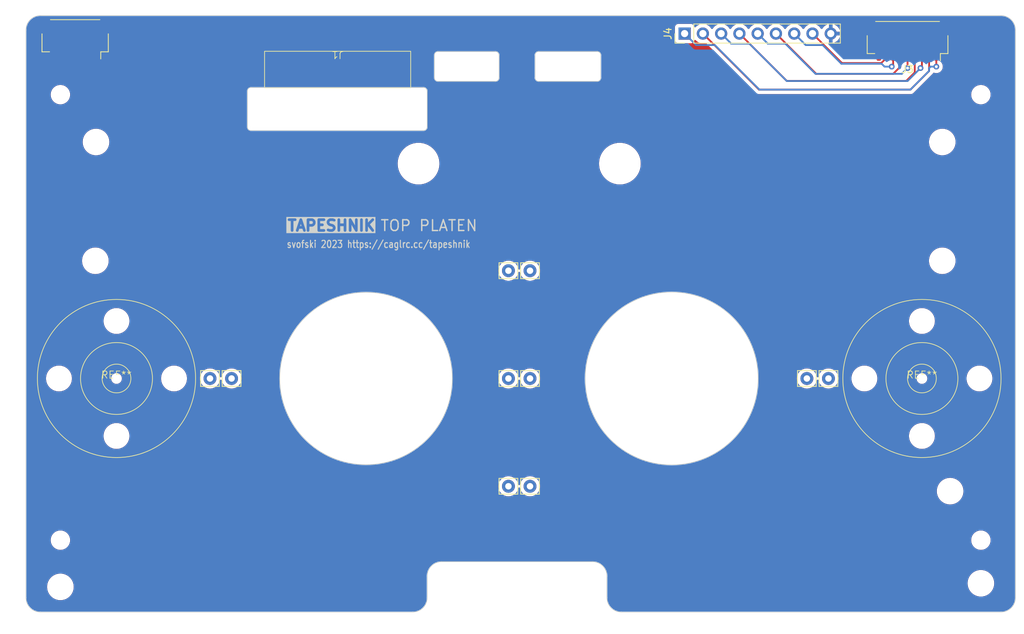
<source format=kicad_pcb>
(kicad_pcb (version 20221018) (generator pcbnew)
  (layers (0 "F.Cu" signal) (31 "B.Cu" signal) (34 "B.Paste" user) (35 "F.Paste" user) (36 "B.SilkS" user "B.Silkscreen") (37 "F.SilkS" user "F.Silkscreen") (38 "B.Mask" user) (39 "F.Mask" user) (44 "Edge.Cuts" user))
  (net 0 "")
  (net 1 "Net-(J1-Pin_1)")
  (net 2 "GND")
  (net 3 "Net-(J1-Pin_3)")
  (net 4 "Net-(J1-Pin_4)")
  (net 5 "Net-(J1-Pin_5)")
  (net 6 "Net-(J1-Pin_6)")
  (net 7 "Net-(J1-Pin_7)")
  (net 8 "Net-(J3-Pin_1)")
  (net 9 "Net-(J3-Pin_2)")
  (net 10 "Net-(J3-Pin_3)")
  (net 11 "Net-(J3-Pin_4)")
  (net 12 "Net-(J3-Pin_5)")
  (net 13 "Net-(J3-Pin_6)")
  (net 14 "Net-(J3-Pin_7)")
  (net 15 "Net-(J3-Pin_8)")
  (footprint "MountingHole:MountingHole_2.2mm_M2" (layer "F.Cu") (at 104 28)
    (fp_text reference "REF**" hide)
    (fp_text value "MountingHole_2.2mm_M2" hide)
    (pad "" np_thru_hole circle (at 0 0) (size 2.2 2.2) (drill 2.2) (layers "*.Cu" "*.Mask"))
  )
  (footprint "Connector_JST:JST_SH_SM07B-SRSS-TB_1x07-1MP_P1.00mm_Horizontal" (layer "F.Cu") (at 106.05 20.25 180)
    (fp_text reference "J2" hide)
    (fp_text value "Conn_01x07")
    (fp_line (start -4.61 -1.785) (end -3.56 -1.785) (stroke (width 0.12)) (layer "F.SilkS"))
    (fp_line (start -4.61 0.715) (end -4.61 -1.785) (stroke (width 0.12)) (layer "F.SilkS"))
    (fp_line (start -3.56 -1.785) (end -3.56 -2.775) (stroke (width 0.12)) (layer "F.SilkS"))
    (fp_line (start -3.44 2.685) (end 3.44 2.685) (stroke (width 0.12)) (layer "F.SilkS"))
    (fp_line (start 4.61 -1.785) (end 3.56 -1.785) (stroke (width 0.12)) (layer "F.SilkS"))
    (fp_line (start 4.61 0.715) (end 4.61 -1.785) (stroke (width 0.12)) (layer "F.SilkS"))
    (pad "1" smd roundrect (at -3 -2 180) (size 0.6 1.55) (layers "F.Cu" "F.Paste" "F.Mask") (net 1 "Net-(J1-Pin_1)"))
    (pad "2" smd roundrect (at -2 -2 180) (size 0.6 1.55) (layers "F.Cu" "F.Paste" "F.Mask") (net 2 "GND"))
    (pad "3" smd roundrect (at -1 -2 180) (size 0.6 1.55) (layers "F.Cu" "F.Paste" "F.Mask") (net 3 "Net-(J1-Pin_3)"))
    (pad "4" smd roundrect (at 0 -2 180) (size 0.6 1.55) (layers "F.Cu" "F.Paste" "F.Mask") (net 4 "Net-(J1-Pin_4)"))
    (pad "5" smd roundrect (at 1 -2 180) (size 0.6 1.55) (layers "F.Cu" "F.Paste" "F.Mask") (net 5 "Net-(J1-Pin_5)"))
    (pad "6" smd roundrect (at 2 -2 180) (size 0.6 1.55) (layers "F.Cu" "F.Paste" "F.Mask") (net 6 "Net-(J1-Pin_6)"))
    (pad "7" smd roundrect (at 3 -2 180) (size 0.6 1.55) (layers "F.Cu" "F.Paste" "F.Mask") (net 7 "Net-(J1-Pin_7)"))
    (pad "MP" smd roundrect (at -4.3 1.875 180) (size 1.2 1.8) (layers "F.Cu" "F.Paste" "F.Mask") (roundrect_rratio 0.2083333333))
    (pad "MP" smd roundrect (at 4.3 1.875 180) (size 1.2 1.8) (layers "F.Cu" "F.Paste" "F.Mask") (roundrect_rratio 0.2083333333))
  )
  (footprint "Connector_JST:JST_SH_SM09B-SRSS-TB_1x09-1MP_P1.00mm_Horizontal" (layer "F.Cu") (at 221.8 20.5 180)
    (fp_text reference "J3" (at 0 -3.98) (layer "F.SilkS"))
    (fp_text value "Conn_01x09")
    (fp_line (start -5.61 -1.785) (end -4.56 -1.785) (stroke (width 0.12)) (layer "F.SilkS"))
    (fp_line (start -5.61 0.715) (end -5.61 -1.785) (stroke (width 0.12)) (layer "F.SilkS"))
    (fp_line (start -4.56 -1.785) (end -4.56 -2.775) (stroke (width 0.12)) (layer "F.SilkS"))
    (fp_line (start -4.44 2.685) (end 4.44 2.685) (stroke (width 0.12)) (layer "F.SilkS"))
    (fp_line (start 5.61 -1.785) (end 4.56 -1.785) (stroke (width 0.12)) (layer "F.SilkS"))
    (fp_line (start 5.61 0.715) (end 5.61 -1.785) (stroke (width 0.12)) (layer "F.SilkS"))
    (pad "1" smd roundrect (at -4 -2 180) (size 0.6 1.55) (layers "F.Cu" "F.Paste" "F.Mask") (net 8 "Net-(J3-Pin_1)"))
    (pad "2" smd roundrect (at -3 -2 180) (size 0.6 1.55) (layers "F.Cu" "F.Paste" "F.Mask") (net 9 "Net-(J3-Pin_2)"))
    (pad "3" smd roundrect (at -2 -2 180) (size 0.6 1.55) (layers "F.Cu" "F.Paste" "F.Mask") (net 10 "Net-(J3-Pin_3)"))
    (pad "4" smd roundrect (at -1 -2 180) (size 0.6 1.55) (layers "F.Cu" "F.Paste" "F.Mask") (net 11 "Net-(J3-Pin_4)"))
    (pad "5" smd roundrect (at 0 -2 180) (size 0.6 1.55) (layers "F.Cu" "F.Paste" "F.Mask") (net 12 "Net-(J3-Pin_5)"))
    (pad "6" smd roundrect (at 1 -2 180) (size 0.6 1.55) (layers "F.Cu" "F.Paste" "F.Mask") (net 13 "Net-(J3-Pin_6)"))
    (pad "7" smd roundrect (at 2 -2 180) (size 0.6 1.55) (layers "F.Cu" "F.Paste" "F.Mask") (net 14 "Net-(J3-Pin_7)"))
    (pad "8" smd roundrect (at 3 -2 180) (size 0.6 1.55) (layers "F.Cu" "F.Paste" "F.Mask") (net 15 "Net-(J3-Pin_8)"))
    (pad "9" smd roundrect (at 4 -2 180) (size 0.6 1.55) (layers "F.Cu" "F.Paste" "F.Mask") (net 2 "GND"))
    (pad "MP" smd roundrect (at -5.3 1.875 180) (size 1.2 1.8) (layers "F.Cu" "F.Paste" "F.Mask") (roundrect_rratio 0.2083333333))
    (pad "MP" smd roundrect (at 5.3 1.875 180) (size 1.2 1.8) (layers "F.Cu" "F.Paste" "F.Mask") (roundrect_rratio 0.2083333333))
  )
  (footprint "PCB_Edge_Connectors:EDGE-2.54-7x" (layer "F.Cu") (at 142.55 21.96 180)
    (fp_text reference "J1" (at 0 -0.5 180 unlocked) (layer "F.SilkS") (effects (font (thickness 0.1))))
    (fp_text value "Conn_01x07")
    (fp_rect (start -10.16 -5.08) (end 10.16 0) (stroke (width 0.1)) (fill none) (layer "F.SilkS"))
    (pad "1" smd roundrect (at -7.62 -2.54 270) (size 5 1.524) (layers "F.Cu" "F.Paste" "F.Mask") (net 1 "Net-(J1-Pin_1)"))
    (pad "2" smd roundrect (at -5.08 -2.54 270) (size 5 1.524) (layers "F.Cu" "F.Paste" "F.Mask") (net 2 "GND"))
    (pad "3" smd roundrect (at -2.54 -2.54 270) (size 5 1.524) (layers "F.Cu" "F.Paste" "F.Mask") (net 3 "Net-(J1-Pin_3)"))
    (pad "4" smd roundrect (at 0 -2.54 270) (size 5 1.524) (layers "F.Cu" "F.Paste" "F.Mask") (net 4 "Net-(J1-Pin_4)"))
    (pad "5" smd roundrect (at 2.54 -2.54 270) (size 5 1.524) (layers "F.Cu" "F.Paste" "F.Mask") (net 5 "Net-(J1-Pin_5)"))
    (pad "6" smd roundrect (at 5.08 -2.54 270) (size 5 1.524) (layers "F.Cu" "F.Paste" "F.Mask") (net 6 "Net-(J1-Pin_6)"))
    (pad "7" smd roundrect (at 7.62 -2.54 270) (size 5 1.524) (layers "F.Cu" "F.Paste" "F.Mask") (net 7 "Net-(J1-Pin_7)"))
  )
  (footprint "MountingHole:MountingHole_3.2mm_M3" (layer "F.Cu") (at 108.95 34.59)
    (fp_text reference "REF**" hide)
    (fp_text value "MountingHole_3.2mm_M3" hide)
    (pad "" np_thru_hole circle (at 0 0) (size 3.2 3.2) (drill 3.2) (layers "*.Cu" "*.Mask"))
  )
  (footprint "MountingHole:MountingHole_5.3mm_M5" (layer "F.Cu") (at 153.8 37.6)
    (fp_text reference "REF**" hide)
    (fp_text value "MountingHole_5.3mm_M5" hide)
    (pad "" np_thru_hole circle (at 0 0) (size 5.3 5.3) (drill 5.3) (layers "*.Cu" "*.Mask"))
  )
  (footprint "MechanicalParts:flange-4mm-rod" (layer "F.Cu") (at 223.8 67.5)
    (fp_text reference "REF**" (at 0 -0.5 unlocked) (layer "F.SilkS") (effects (font (thickness 0.1))))
    (fp_text value "flange-4mm-rod")
    (fp_circle (center 0 0) (end 2 0) (stroke (width 0.1)) (fill none) (layer "F.SilkS"))
    (fp_circle (center 0 0) (end 5 0) (stroke (width 0.1)) (fill none) (layer "F.SilkS"))
    (fp_circle (center 0 0) (end 11 0) (stroke (width 0.1)) (fill none) (layer "F.SilkS"))
    (pad "" np_thru_hole circle (at -8 0) (size 3.1 3.1) (drill 3.1) (layers "F&B.Cu" "*.Mask"))
    (pad "" np_thru_hole circle (at 0 -8) (size 3.1 3.1) (drill 3.1) (layers "F&B.Cu" "*.Mask"))
    (pad "" np_thru_hole circle (at 0 0) (size 1 1) (drill 1) (layers "F&B.Cu" "*.Mask"))
    (pad "" np_thru_hole circle (at 0 8) (size 3.1 3.1) (drill 3.1) (layers "F&B.Cu" "*.Mask"))
    (pad "" np_thru_hole circle (at 8 0) (size 3.1 3.1) (drill 3.1) (layers "F&B.Cu" "*.Mask"))
  )
  (footprint "Connector_Pin:Pin_D0.9mm_L10.0mm_W2.4mm_FlatFork" (layer "F.Cu") (at 169.3 67.5)
    (fp_text reference "REF**" hide)
    (fp_text value "Pin_D0.9mm_L10.0mm_W2.4mm_FlatFork" hide)
    (fp_line (start -1.3 -1.1) (end -1.3 0.6) (stroke (width 0.12)) (layer "F.SilkS"))
    (fp_line (start -1.3 0.6) (end -1.3 1.1) (stroke (width 0.12)) (layer "F.SilkS"))
    (fp_line (start -1.3 1.1) (end 1.3 1.1) (stroke (width 0.12)) (layer "F.SilkS"))
    (fp_line (start 1.3 -1.1) (end -1.3 -1.1) (stroke (width 0.12)) (layer "F.SilkS"))
    (fp_line (start 1.3 1.1) (end 1.3 -1.1) (stroke (width 0.12)) (layer "F.SilkS"))
    (pad "1" thru_hole circle (at 0 0) (size 1.8 1.8) (drill 0.9) (layers "*.Cu" "*.Mask"))
  )
  (footprint "Connector_Pin:Pin_D0.9mm_L10.0mm_W2.4mm_FlatFork" (layer "F.Cu") (at 124.8 67.5)
    (fp_text reference "REF**" hide)
    (fp_text value "Pin_D0.9mm_L10.0mm_W2.4mm_FlatFork" hide)
    (fp_line (start -1.3 -1.1) (end -1.3 0.6) (stroke (width 0.12)) (layer "F.SilkS"))
    (fp_line (start -1.3 0.6) (end -1.3 1.1) (stroke (width 0.12)) (layer "F.SilkS"))
    (fp_line (start -1.3 1.1) (end 1.3 1.1) (stroke (width 0.12)) (layer "F.SilkS"))
    (fp_line (start 1.3 -1.1) (end -1.3 -1.1) (stroke (width 0.12)) (layer "F.SilkS"))
    (fp_line (start 1.3 1.1) (end 1.3 -1.1) (stroke (width 0.12)) (layer "F.SilkS"))
    (pad "1" thru_hole circle (at 0 0) (size 1.8 1.8) (drill 0.9) (layers "*.Cu" "*.Mask"))
  )
  (footprint "MountingHole:MountingHole_3.2mm_M3" (layer "F.Cu") (at 226.63 34.59)
    (fp_text reference "REF**" hide)
    (fp_text value "MountingHole_3.2mm_M3" hide)
    (pad "" np_thru_hole circle (at 0 0) (size 3.2 3.2) (drill 3.2) (layers "*.Cu" "*.Mask"))
  )
  (footprint "Connector_Pin:Pin_D0.9mm_L10.0mm_W2.4mm_FlatFork" (layer "F.Cu") (at 210.8 67.5)
    (fp_text reference "REF**" hide)
    (fp_text value "Pin_D0.9mm_L10.0mm_W2.4mm_FlatFork" hide)
    (fp_line (start -1.3 -1.1) (end -1.3 0.6) (stroke (width 0.12)) (layer "F.SilkS"))
    (fp_line (start -1.3 0.6) (end -1.3 1.1) (stroke (width 0.12)) (layer "F.SilkS"))
    (fp_line (start -1.3 1.1) (end 1.3 1.1) (stroke (width 0.12)) (layer "F.SilkS"))
    (fp_line (start 1.3 -1.1) (end -1.3 -1.1) (stroke (width 0.12)) (layer "F.SilkS"))
    (fp_line (start 1.3 1.1) (end 1.3 -1.1) (stroke (width 0.12)) (layer "F.SilkS"))
    (pad "1" thru_hole circle (at 0 0) (size 1.8 1.8) (drill 0.9) (layers "*.Cu" "*.Mask"))
  )
  (footprint "MountingHole:MountingHole_3.2mm_M3" (layer "F.Cu") (at 232 96)
    (fp_text reference "REF**" hide)
    (fp_text value "MountingHole_3.2mm_M3" hide)
    (pad "" np_thru_hole circle (at 0 0) (size 3.2 3.2) (drill 3.2) (layers "*.Cu" "*.Mask"))
  )
  (footprint "Connector_Pin:Pin_D0.9mm_L10.0mm_W2.4mm_FlatFork" (layer "F.Cu") (at 127.8 67.5)
    (fp_text reference "REF**" hide)
    (fp_text value "Pin_D0.9mm_L10.0mm_W2.4mm_FlatFork" hide)
    (fp_line (start -1.3 -1.1) (end -1.3 0.6) (stroke (width 0.12)) (layer "F.SilkS"))
    (fp_line (start -1.3 0.6) (end -1.3 1.1) (stroke (width 0.12)) (layer "F.SilkS"))
    (fp_line (start -1.3 1.1) (end 1.3 1.1) (stroke (width 0.12)) (layer "F.SilkS"))
    (fp_line (start 1.3 -1.1) (end -1.3 -1.1) (stroke (width 0.12)) (layer "F.SilkS"))
    (fp_line (start 1.3 1.1) (end 1.3 -1.1) (stroke (width 0.12)) (layer "F.SilkS"))
    (pad "1" thru_hole circle (at 0 0) (size 1.8 1.8) (drill 0.9) (layers "*.Cu" "*.Mask"))
  )
  (footprint "Connector_Pin:Pin_D0.9mm_L10.0mm_W2.4mm_FlatFork" (layer "F.Cu") (at 166.3 82.5)
    (fp_text reference "REF**" hide)
    (fp_text value "Pin_D0.9mm_L10.0mm_W2.4mm_FlatFork" hide)
    (fp_line (start -1.3 -1.1) (end -1.3 0.6) (stroke (width 0.12)) (layer "F.SilkS"))
    (fp_line (start -1.3 0.6) (end -1.3 1.1) (stroke (width 0.12)) (layer "F.SilkS"))
    (fp_line (start -1.3 1.1) (end 1.3 1.1) (stroke (width 0.12)) (layer "F.SilkS"))
    (fp_line (start 1.3 -1.1) (end -1.3 -1.1) (stroke (width 0.12)) (layer "F.SilkS"))
    (fp_line (start 1.3 1.1) (end 1.3 -1.1) (stroke (width 0.12)) (layer "F.SilkS"))
    (pad "1" thru_hole circle (at 0 0) (size 1.8 1.8) (drill 0.9) (layers "*.Cu" "*.Mask"))
  )
  (footprint "Connector_Pin:Pin_D0.9mm_L10.0mm_W2.4mm_FlatFork" (layer "F.Cu") (at 169.3 82.5)
    (fp_text reference "REF**" hide)
    (fp_text value "Pin_D0.9mm_L10.0mm_W2.4mm_FlatFork" hide)
    (fp_line (start -1.3 -1.1) (end -1.3 0.6) (stroke (width 0.12)) (layer "F.SilkS"))
    (fp_line (start -1.3 0.6) (end -1.3 1.1) (stroke (width 0.12)) (layer "F.SilkS"))
    (fp_line (start -1.3 1.1) (end 1.3 1.1) (stroke (width 0.12)) (layer "F.SilkS"))
    (fp_line (start 1.3 -1.1) (end -1.3 -1.1) (stroke (width 0.12)) (layer "F.SilkS"))
    (fp_line (start 1.3 1.1) (end 1.3 -1.1) (stroke (width 0.12)) (layer "F.SilkS"))
    (pad "1" thru_hole circle (at 0 0) (size 1.8 1.8) (drill 0.9) (layers "*.Cu" "*.Mask"))
  )
  (footprint "Connector_Pin:Pin_D0.9mm_L10.0mm_W2.4mm_FlatFork" (layer "F.Cu") (at 166.3 52.5)
    (fp_text reference "REF**" hide)
    (fp_text value "Pin_D0.9mm_L10.0mm_W2.4mm_FlatFork" hide)
    (fp_line (start -1.3 -1.1) (end -1.3 0.6) (stroke (width 0.12)) (layer "F.SilkS"))
    (fp_line (start -1.3 0.6) (end -1.3 1.1) (stroke (width 0.12)) (layer "F.SilkS"))
    (fp_line (start -1.3 1.1) (end 1.3 1.1) (stroke (width 0.12)) (layer "F.SilkS"))
    (fp_line (start 1.3 -1.1) (end -1.3 -1.1) (stroke (width 0.12)) (layer "F.SilkS"))
    (fp_line (start 1.3 1.1) (end 1.3 -1.1) (stroke (width 0.12)) (layer "F.SilkS"))
    (pad "1" thru_hole circle (at 0 0) (size 1.8 1.8) (drill 0.9) (layers "*.Cu" "*.Mask"))
  )
  (footprint "MountingHole:MountingHole_2.2mm_M2" (layer "F.Cu") (at 232 90)
    (fp_text reference "REF**" hide)
    (fp_text value "MountingHole_2.2mm_M2" hide)
    (pad "" np_thru_hole circle (at 0 0) (size 2.2 2.2) (drill 2.2) (layers "*.Cu" "*.Mask"))
  )
  (footprint "MountingHole:MountingHole_2.2mm_M2" (layer "F.Cu") (at 104 90)
    (fp_text reference "REF**" hide)
    (fp_text value "MountingHole_2.2mm_M2" hide)
    (pad "" np_thru_hole circle (at 0 0) (size 2.2 2.2) (drill 2.2) (layers "*.Cu" "*.Mask"))
  )
  (footprint "MountingHole:MountingHole_3.2mm_M3" (layer "F.Cu") (at 226.63 51.12)
    (fp_text reference "REF**" hide)
    (fp_text value "MountingHole_3.2mm_M3" hide)
    (pad "" np_thru_hole circle (at 0 0) (size 3.2 3.2) (drill 3.2) (layers "*.Cu" "*.Mask"))
  )
  (footprint "Connector_Pin:Pin_D0.9mm_L10.0mm_W2.4mm_FlatFork" (layer "F.Cu") (at 169.3 52.5)
    (fp_text reference "REF**" hide)
    (fp_text value "Pin_D0.9mm_L10.0mm_W2.4mm_FlatFork" hide)
    (fp_line (start -1.3 -1.1) (end -1.3 0.6) (stroke (width 0.12)) (layer "F.SilkS"))
    (fp_line (start -1.3 0.6) (end -1.3 1.1) (stroke (width 0.12)) (layer "F.SilkS"))
    (fp_line (start -1.3 1.1) (end 1.3 1.1) (stroke (width 0.12)) (layer "F.SilkS"))
    (fp_line (start 1.3 -1.1) (end -1.3 -1.1) (stroke (width 0.12)) (layer "F.SilkS"))
    (fp_line (start 1.3 1.1) (end 1.3 -1.1) (stroke (width 0.12)) (layer "F.SilkS"))
    (pad "1" thru_hole circle (at 0 0) (size 1.8 1.8) (drill 0.9) (layers "*.Cu" "*.Mask"))
  )
  (footprint "MechanicalParts:flange-4mm-rod" (layer "F.Cu") (at 111.8 67.5)
    (fp_text reference "REF**" (at 0 -0.5 unlocked) (layer "F.SilkS") (effects (font (thickness 0.1))))
    (fp_text value "flange-4mm-rod")
    (fp_circle (center 0 0) (end 2 0) (stroke (width 0.1)) (fill none) (layer "F.SilkS"))
    (fp_circle (center 0 0) (end 5 0) (stroke (width 0.1)) (fill none) (layer "F.SilkS"))
    (fp_circle (center 0 0) (end 11 0) (stroke (width 0.1)) (fill none) (layer "F.SilkS"))
    (pad "" np_thru_hole circle (at -8 0) (size 3.1 3.1) (drill 3.1) (layers "F&B.Cu" "*.Mask"))
    (pad "" np_thru_hole circle (at 0 -8) (size 3.1 3.1) (drill 3.1) (layers "F&B.Cu" "*.Mask"))
    (pad "" np_thru_hole circle (at 0 0) (size 1 1) (drill 1) (layers "F&B.Cu" "*.Mask"))
    (pad "" np_thru_hole circle (at 0 8) (size 3.1 3.1) (drill 3.1) (layers "F&B.Cu" "*.Mask"))
    (pad "" np_thru_hole circle (at 8 0) (size 3.1 3.1) (drill 3.1) (layers "F&B.Cu" "*.Mask"))
  )
  (footprint "MountingHole:MountingHole_3.2mm_M3" (layer "F.Cu") (at 108.86 51.12)
    (fp_text reference "REF**" hide)
    (fp_text value "MountingHole_3.2mm_M3" hide)
    (pad "" np_thru_hole circle (at 0 0) (size 3.2 3.2) (drill 3.2) (layers "*.Cu" "*.Mask"))
  )
  (footprint "Connector_Pin:Pin_D0.9mm_L10.0mm_W2.4mm_FlatFork" (layer "F.Cu") (at 207.8 67.5)
    (fp_text reference "REF**" hide)
    (fp_text value "Pin_D0.9mm_L10.0mm_W2.4mm_FlatFork" hide)
    (fp_line (start -1.3 -1.1) (end -1.3 0.6) (stroke (width 0.12)) (layer "F.SilkS"))
    (fp_line (start -1.3 0.6) (end -1.3 1.1) (stroke (width 0.12)) (layer "F.SilkS"))
    (fp_line (start -1.3 1.1) (end 1.3 1.1) (stroke (width 0.12)) (layer "F.SilkS"))
    (fp_line (start 1.3 -1.1) (end -1.3 -1.1) (stroke (width 0.12)) (layer "F.SilkS"))
    (fp_line (start 1.3 1.1) (end 1.3 -1.1) (stroke (width 0.12)) (layer "F.SilkS"))
    (pad "1" thru_hole circle (at 0 0) (size 1.8 1.8) (drill 0.9) (layers "*.Cu" "*.Mask"))
  )
  (footprint "MountingHole:MountingHole_3.2mm_M3" (layer "F.Cu") (at 227.72 83.18)
    (fp_text reference "REF**" hide)
    (fp_text value "MountingHole_3.2mm_M3" hide)
    (pad "" np_thru_hole circle (at 0 0) (size 3.2 3.2) (drill 3.2) (layers "*.Cu" "*.Mask"))
  )
  (footprint "Connector_Pin:Pin_D0.9mm_L10.0mm_W2.4mm_FlatFork" (layer "F.Cu") (at 166.3 67.5)
    (fp_text reference "REF**" hide)
    (fp_text value "Pin_D0.9mm_L10.0mm_W2.4mm_FlatFork" hide)
    (fp_line (start -1.3 -1.1) (end -1.3 0.6) (stroke (width 0.12)) (layer "F.SilkS"))
    (fp_line (start -1.3 0.6) (end -1.3 1.1) (stroke (width 0.12)) (layer "F.SilkS"))
    (fp_line (start -1.3 1.1) (end 1.3 1.1) (stroke (width 0.12)) (layer "F.SilkS"))
    (fp_line (start 1.3 -1.1) (end -1.3 -1.1) (stroke (width 0.12)) (layer "F.SilkS"))
    (fp_line (start 1.3 1.1) (end 1.3 -1.1) (stroke (width 0.12)) (layer "F.SilkS"))
    (pad "1" thru_hole circle (at 0 0) (size 1.8 1.8) (drill 0.9) (layers "*.Cu" "*.Mask"))
  )
  (footprint "MountingHole:MountingHole_2.2mm_M2" (layer "F.Cu") (at 232 28)
    (fp_text reference "REF**" hide)
    (fp_text value "MountingHole_2.2mm_M2" hide)
    (pad "" np_thru_hole circle (at 0 0) (size 2.2 2.2) (drill 2.2) (layers "*.Cu" "*.Mask"))
  )
  (footprint "Connector_PinHeader_2.54mm:PinHeader_1x09_P2.54mm_Vertical" (layer "F.Cu") (at 190.8 19.5 90)
    (fp_text reference "J4" (at 0 -2.33 90) (layer "F.SilkS"))
    (fp_text value "Conn_01x09")
    (fp_line (start -1.33 -1.33) (end 0 -1.33) (stroke (width 0.12)) (layer "F.SilkS"))
    (fp_line (start -1.33 0) (end -1.33 -1.33) (stroke (width 0.12)) (layer "F.SilkS"))
    (fp_line (start -1.33 1.27) (end -1.33 21.65) (stroke (width 0.12)) (layer "F.SilkS"))
    (fp_line (start -1.33 1.27) (end 1.33 1.27) (stroke (width 0.12)) (layer "F.SilkS"))
    (fp_line (start -1.33 21.65) (end 1.33 21.65) (stroke (width 0.12)) (layer "F.SilkS"))
    (fp_line (start 1.33 1.27) (end 1.33 21.65) (stroke (width 0.12)) (layer "F.SilkS"))
    (pad "1" thru_hole rect (at 0 0 90) (size 1.7 1.7) (drill 1) (layers "*.Cu" "*.Mask") (net 8 "Net-(J3-Pin_1)"))
    (pad "2" thru_hole oval (at 0 2.54 90) (size 1.7 1.7) (drill 1) (layers "*.Cu" "*.Mask") (net 9 "Net-(J3-Pin_2)"))
    (pad "3" thru_hole oval (at 0 5.08 90) (size 1.7 1.7) (drill 1) (layers "*.Cu" "*.Mask") (net 10 "Net-(J3-Pin_3)"))
    (pad "4" thru_hole oval (at 0 7.62 90) (size 1.7 1.7) (drill 1) (layers "*.Cu" "*.Mask") (net 11 "Net-(J3-Pin_4)"))
    (pad "5" thru_hole oval (at 0 10.16 90) (size 1.7 1.7) (drill 1) (layers "*.Cu" "*.Mask") (net 12 "Net-(J3-Pin_5)"))
    (pad "6" thru_hole oval (at 0 12.7 90) (size 1.7 1.7) (drill 1) (layers "*.Cu" "*.Mask") (net 13 "Net-(J3-Pin_6)"))
    (pad "7" thru_hole oval (at 0 15.24 90) (size 1.7 1.7) (drill 1) (layers "*.Cu" "*.Mask") (net 14 "Net-(J3-Pin_7)"))
    (pad "8" thru_hole oval (at 0 17.78 90) (size 1.7 1.7) (drill 1) (layers "*.Cu" "*.Mask") (net 15 "Net-(J3-Pin_8)"))
    (pad "9" thru_hole oval (at 0 20.32 90) (size 1.7 1.7) (drill 1) (layers "*.Cu" "*.Mask") (net 2 "GND"))
  )
  (footprint "MountingHole:MountingHole_5.3mm_M5" (layer "F.Cu") (at 181.8 37.6)
    (fp_text reference "REF**" hide)
    (fp_text value "MountingHole_5.3mm_M5" hide)
    (pad "" np_thru_hole circle (at 0 0) (size 5.3 5.3) (drill 5.3) (layers "*.Cu" "*.Mask"))
  )
  (footprint "MountingHole:MountingHole_3.2mm_M3" (layer "F.Cu") (at 104 96.5)
    (fp_text reference "REF**" hide)
    (fp_text value "MountingHole_3.2mm_M3" hide)
    (pad "" np_thru_hole circle (at 0 0) (size 3.2 3.2) (drill 3.2) (layers "*.Cu" "*.Mask"))
  )
  (gr_arc (start 165 25.646447) (mid 164.853553 26) (end 164.5 26.146447) (stroke (width 0.1)) (layer "Edge.Cuts"))
  (gr_arc (start 236.8 98) (mid 236.214214 99.414214) (end 234.8 100) (stroke (width 0.1)) (layer "Edge.Cuts"))
  (gr_arc (start 99.214214 19) (mid 99.8 17.585786) (end 101.214214 17) (stroke (width 0.1)) (layer "Edge.Cuts"))
  (gr_line (start 182 100) (end 234.8 100) (stroke (width 0.1)) (layer "Edge.Cuts"))
  (gr_line (start 155 98) (end 155 95) (stroke (width 0.1)) (layer "Edge.Cuts"))
  (gr_arc (start 178 93) (mid 179.414214 93.585786) (end 180 95) (stroke (width 0.1)) (layer "Edge.Cuts"))
  (gr_arc (start 156 22.5) (mid 156.146447 22.146447) (end 156.5 22) (stroke (width 0.1)) (layer "Edge.Cuts"))
  (gr_arc (start 178.646447 22) (mid 179 22.146447) (end 179.146447 22.5) (stroke (width 0.1)) (layer "Edge.Cuts"))
  (gr_arc (start 154.5 27) (mid 154.853553 27.146447) (end 155 27.5) (stroke (width 0.1)) (layer "Edge.Cuts"))
  (gr_line (start 156.5 22) (end 164.5 22) (stroke (width 0.1)) (layer "Edge.Cuts"))
  (gr_line (start 156 25.646447) (end 156 22.5) (stroke (width 0.1)) (layer "Edge.Cuts"))
  (gr_arc (start 156.5 26.146447) (mid 156.146447 26) (end 156 25.646447) (stroke (width 0.1)) (layer "Edge.Cuts"))
  (gr_line (start 236.8 98) (end 236.8 19) (stroke (width 0.1)) (layer "Edge.Cuts"))
  (gr_line (start 165 22.5) (end 165 25.646447) (stroke (width 0.1)) (layer "Edge.Cuts"))
  (gr_line (start 180 95) (end 180 98) (stroke (width 0.1)) (layer "Edge.Cuts"))
  (gr_line (start 157 93) (end 178 93) (stroke (width 0.1)) (layer "Edge.Cuts"))
  (gr_line (start 234.8 17) (end 101.214214 17) (stroke (width 0.1)) (layer "Edge.Cuts"))
  (gr_line (start 179.146447 22.5) (end 179.146447 25.646447) (stroke (width 0.1)) (layer "Edge.Cuts"))
  (gr_line (start 154.5 33) (end 130.5 33) (stroke (width 0.1)) (layer "Edge.Cuts"))
  (gr_line (start 155 27.5) (end 155 32.5) (stroke (width 0.1)) (layer "Edge.Cuts"))
  (gr_line (start 101.214214 100) (end 153 100) (stroke (width 0.1)) (layer "Edge.Cuts"))
  (gr_arc (start 170.5 26.146447) (mid 170.146447 26) (end 170 25.646447) (stroke (width 0.1)) (layer "Edge.Cuts"))
  (gr_arc (start 155 95) (mid 155.585786 93.585786) (end 157 93) (stroke (width 0.1)) (layer "Edge.Cuts"))
  (gr_arc (start 182 100) (mid 180.585786 99.414214) (end 180 98) (stroke (width 0.1)) (layer "Edge.Cuts"))
  (gr_line (start 170 25.646447) (end 170 22.5) (stroke (width 0.1)) (layer "Edge.Cuts"))
  (gr_arc (start 155 32.5) (mid 154.853553 32.853553) (end 154.5 33) (stroke (width 0.1)) (layer "Edge.Cuts"))
  (gr_circle (center 189 67.5) (end 201.017138 68.030037) (stroke (width 0.1)) (fill none) (layer "Edge.Cuts"))
  (gr_arc (start 130 27.5) (mid 130.146447 27.146447) (end 130.5 27) (stroke (width 0.1)) (layer "Edge.Cuts"))
  (gr_arc (start 234.8 17) (mid 236.214214 17.585786) (end 236.8 19) (stroke (width 0.1)) (layer "Edge.Cuts"))
  (gr_arc (start 155 98) (mid 154.414214 99.414214) (end 153 100) (stroke (width 0.1)) (layer "Edge.Cuts"))
  (gr_line (start 178.646447 26.146447) (end 170.5 26.146447) (stroke (width 0.1)) (layer "Edge.Cuts"))
  (gr_line (start 164.5 26.146447) (end 156.5 26.146447) (stroke (width 0.1)) (layer "Edge.Cuts"))
  (gr_line (start 170.5 22) (end 178.646447 22) (stroke (width 0.1)) (layer "Edge.Cuts"))
  (gr_line (start 99.214214 19) (end 99.214214 98) (stroke (width 0.1)) (layer "Edge.Cuts"))
  (gr_line (start 130 32.5) (end 130 27.5) (stroke (width 0.1)) (layer "Edge.Cuts"))
  (gr_arc (start 164.5 22) (mid 164.853553 22.146447) (end 165 22.5) (stroke (width 0.1)) (layer "Edge.Cuts"))
  (gr_circle (center 146.5 67.5) (end 158.5 67.5) (stroke (width 0.1)) (fill none) (layer "Edge.Cuts"))
  (gr_arc (start 170 22.5) (mid 170.146447 22.146447) (end 170.5 22) (stroke (width 0.1)) (layer "Edge.Cuts"))
  (gr_arc (start 101.214214 100) (mid 99.8 99.414214) (end 99.214214 98) (stroke (width 0.1)) (layer "Edge.Cuts"))
  (gr_line (start 130.5 27) (end 154.5 27) (stroke (width 0.1)) (layer "Edge.Cuts"))
  (gr_arc (start 179.146447 25.646447) (mid 179 26) (end 178.646447 26.146447) (stroke (width 0.1)) (layer "Edge.Cuts"))
  (gr_arc (start 130.5 33) (mid 130.146447 32.853553) (end 130 32.5) (stroke (width 0.1)) (layer "Edge.Cuts"))
  (gr_text "svofski 2023 https://caglrc.cc/tapeshnik" (at 135.4 49.4) (layer "Edge.Cuts") (effects (font (size 1 0.8)) (justify left bottom)))
  (gr_text "TOP PLATEN" (at 148.4 47.1) (layer "Edge.Cuts") (effects (font (size 1.5 1.5) (thickness 0.2)) (justify left bottom)))
  (gr_text "TAPESHNIK" (at 135.4 47.1) (layer "Edge.Cuts" knockout) (effects (font (size 1.5 1.5) (thickness 0.375) bold) (justify left bottom)))
  (segment (start 150.17 23.541565) (end 145.878435 19.25) (width 0.25) (layer "F.Cu") (net 1))
  (segment (start 150.17 24.5) (end 150.17 23.541565) (width 0.25) (layer "F.Cu") (net 1))
  (segment (start 145.878435 19.25) (end 112.05 19.25) (width 0.25) (layer "F.Cu") (net 1))
  (segment (start 112.05 19.25) (end 109.05 22.25) (width 0.25) (layer "F.Cu") (net 1))
  (segment (start 143.788435 19.7) (end 113.046751 19.7) (width 0.25) (layer "F.Cu") (net 2))
  (segment (start 108.05 22.696751) (end 108.05 22.25) (width 0.25) (layer "F.Cu") (net 2))
  (segment (start 147.63 23.541565) (end 143.788435 19.7) (width 0.25) (layer "F.Cu") (net 2))
  (segment (start 113.046751 19.7) (end 109.396751 23.35) (width 0.25) (layer "F.Cu") (net 2))
  (segment (start 214.8 19.5) (end 217.8 22.5) (width 0.25) (layer "F.Cu") (net 2))
  (segment (start 109.396751 23.35) (end 108.703249 23.35) (width 0.25) (layer "F.Cu") (net 2))
  (segment (start 211.12 19.5) (end 214.8 19.5) (width 0.25) (layer "F.Cu") (net 2))
  (segment (start 147.63 24.5) (end 147.63 23.541565) (width 0.25) (layer "F.Cu") (net 2))
  (segment (start 108.703249 23.35) (end 108.05 22.696751) (width 0.25) (layer "F.Cu") (net 2))
  (segment (start 145.09 23.541565) (end 141.748435 20.2) (width 0.25) (layer "F.Cu") (net 3))
  (segment (start 145.09 24.5) (end 145.09 23.541565) (width 0.25) (layer "F.Cu") (net 3))
  (segment (start 109.583147 23.8) (end 108.153249 23.8) (width 0.25) (layer "F.Cu") (net 3))
  (segment (start 113.183147 20.2) (end 109.583147 23.8) (width 0.25) (layer "F.Cu") (net 3))
  (segment (start 108.153249 23.8) (end 107.05 22.696751) (width 0.25) (layer "F.Cu") (net 3))
  (segment (start 141.748435 20.2) (end 113.183147 20.2) (width 0.25) (layer "F.Cu") (net 3))
  (segment (start 107.05 22.696751) (end 107.05 22.25) (width 0.25) (layer "F.Cu") (net 3))
  (segment (start 114.422792 20.65) (end 110.822792 24.25) (width 0.25) (layer "F.Cu") (net 4))
  (segment (start 142.55 24.5) (end 142.55 23.541565) (width 0.25) (layer "F.Cu") (net 4))
  (segment (start 139.658435 20.65) (end 114.422792 20.65) (width 0.25) (layer "F.Cu") (net 4))
  (segment (start 106.05 22.75) (end 106.05 22.25) (width 0.25) (layer "F.Cu") (net 4))
  (segment (start 142.55 23.541565) (end 139.658435 20.65) (width 0.25) (layer "F.Cu") (net 4))
  (segment (start 110.822792 24.25) (end 107.55 24.25) (width 0.25) (layer "F.Cu") (net 4))
  (segment (start 107.55 24.25) (end 106.05 22.75) (width 0.25) (layer "F.Cu") (net 4))
  (segment (start 107 24.7) (end 105.05 22.75) (width 0.25) (layer "F.Cu") (net 5))
  (segment (start 137.568435 21.1) (end 114.609188 21.1) (width 0.25) (layer "F.Cu") (net 5))
  (segment (start 105.05 22.75) (end 105.05 22.25) (width 0.25) (layer "F.Cu") (net 5))
  (segment (start 140.01 24.5) (end 140.01 23.541565) (width 0.25) (layer "F.Cu") (net 5))
  (segment (start 140.01 23.541565) (end 137.568435 21.1) (width 0.25) (layer "F.Cu") (net 5))
  (segment (start 111.009188 24.7) (end 107 24.7) (width 0.25) (layer "F.Cu") (net 5))
  (segment (start 114.609188 21.1) (end 111.009188 24.7) (width 0.25) (layer "F.Cu") (net 5))
  (segment (start 137.47 23.541565) (end 135.478435 21.55) (width 0.25) (layer "F.Cu") (net 6))
  (segment (start 114.795584 21.55) (end 111.195584 25.15) (width 0.25) (layer "F.Cu") (net 6))
  (segment (start 111.195584 25.15) (end 106.503249 25.15) (width 0.25) (layer "F.Cu") (net 6))
  (segment (start 137.47 24.5) (end 137.47 23.541565) (width 0.25) (layer "F.Cu") (net 6))
  (segment (start 106.503249 25.15) (end 104.05 22.696751) (width 0.25) (layer "F.Cu") (net 6))
  (segment (start 135.478435 21.55) (end 114.795584 21.55) (width 0.25) (layer "F.Cu") (net 6))
  (segment (start 104.05 22.696751) (end 104.05 22.25) (width 0.25) (layer "F.Cu") (net 6))
  (segment (start 133.83 25.6) (end 105.4 25.6) (width 0.25) (layer "F.Cu") (net 7))
  (segment (start 134.93 24.5) (end 133.83 25.6) (width 0.25) (layer "F.Cu") (net 7))
  (segment (start 105.4 25.6) (end 103.05 23.25) (width 0.25) (layer "F.Cu") (net 7))
  (segment (start 103.05 23.25) (end 103.05 22.25) (width 0.25) (layer "F.Cu") (net 7))
  (segment (start 225.8 22.5) (end 225.8 24.1) (width 0.25) (layer "F.Cu") (net 8))
  (via (at 225.8 24.1) (size 0.8) (drill 0.4) (layers "F.Cu" "B.Cu") (net 8))
  (segment (start 225.8 24.1) (end 225 24.1) (width 0.25) (layer "B.Cu") (net 8))
  (segment (start 225 24.1) (end 224.8 24.3) (width 0.25) (layer "B.Cu") (net 8))
  (segment (start 195 21.1) (end 192.4 21.1) (width 0.25) (layer "B.Cu") (net 8))
  (segment (start 201.2 27.3) (end 195 21.1) (width 0.25) (layer "B.Cu") (net 8))
  (segment (start 222.2 27.3) (end 201.2 27.3) (width 0.25) (layer "B.Cu") (net 8))
  (segment (start 224.8 24.3) (end 224.8 24.7) (width 0.25) (layer "B.Cu") (net 8))
  (segment (start 224.8 24.7) (end 222.2 27.3) (width 0.25) (layer "B.Cu") (net 8))
  (segment (start 192.4 21.1) (end 190.8 19.5) (width 0.25) (layer "B.Cu") (net 8))
  (segment (start 224.8 22.5) (end 224.8 24.7) (width 0.25) (layer "F.Cu") (net 9))
  (segment (start 224.8 24.7) (end 222.2 27.3) (width 0.25) (layer "F.Cu") (net 9))
  (segment (start 222.2 27.3) (end 201.14 27.3) (width 0.25) (layer "F.Cu") (net 9))
  (segment (start 201.14 27.3) (end 193.34 19.5) (width 0.25) (layer "F.Cu") (net 9))
  (segment (start 223.8 24.1) (end 223.6 24.3) (width 0.25) (layer "F.Cu") (net 10))
  (segment (start 223.8 22.5) (end 223.8 24.1) (width 0.25) (layer "F.Cu") (net 10))
  (via (at 223.6 24.3) (size 0.8) (drill 0.4) (layers "F.Cu" "B.Cu") (net 10))
  (segment (start 221.8 26.1) (end 205 26.1) (width 0.25) (layer "B.Cu") (net 10))
  (segment (start 197.28 20.9) (end 195.88 19.5) (width 0.25) (layer "B.Cu") (net 10))
  (segment (start 205 26.1) (end 199.8 20.9) (width 0.25) (layer "B.Cu") (net 10))
  (segment (start 199.8 20.9) (end 197.28 20.9) (width 0.25) (layer "B.Cu") (net 10))
  (segment (start 223.6 24.3) (end 221.8 26.1) (width 0.25) (layer "B.Cu") (net 10))
  (segment (start 222.8 24.9) (end 221.6 26.1) (width 0.25) (layer "F.Cu") (net 11))
  (segment (start 205.02 26.1) (end 198.42 19.5) (width 0.25) (layer "F.Cu") (net 11))
  (segment (start 221.6 26.1) (end 205.02 26.1) (width 0.25) (layer "F.Cu") (net 11))
  (segment (start 222.8 22.5) (end 222.8 24.9) (width 0.25) (layer "F.Cu") (net 11))
  (segment (start 221.8 22.5) (end 221.8 24.3) (width 0.25) (layer "F.Cu") (net 12))
  (via (at 221.8 24.3) (size 0.8) (drill 0.4) (layers "F.Cu" "B.Cu") (net 12))
  (segment (start 202.36 20.9) (end 200.96 19.5) (width 0.25) (layer "B.Cu") (net 12))
  (segment (start 221.8 24.3) (end 221 25.1) (width 0.25) (layer "B.Cu") (net 12))
  (segment (start 221 25.1) (end 209 25.1) (width 0.25) (layer "B.Cu") (net 12))
  (segment (start 204.8 20.9) (end 202.36 20.9) (width 0.25) (layer "B.Cu") (net 12))
  (segment (start 209 25.1) (end 204.8 20.9) (width 0.25) (layer "B.Cu") (net 12))
  (segment (start 220.8 24.1) (end 219.8 25.1) (width 0.25) (layer "F.Cu") (net 13))
  (segment (start 219.8 25.1) (end 209.1 25.1) (width 0.25) (layer "F.Cu") (net 13))
  (segment (start 209.1 25.1) (end 203.5 19.5) (width 0.25) (layer "F.Cu") (net 13))
  (segment (start 220.8 22.5) (end 220.8 24.1) (width 0.25) (layer "F.Cu") (net 13))
  (segment (start 219.8 22.5) (end 219.8 23.9) (width 0.25) (layer "F.Cu") (net 14))
  (segment (start 219.8 23.9) (end 219.6 24.1) (width 0.25) (layer "F.Cu") (net 14))
  (via (at 219.6 24.1) (size 0.8) (drill 0.4) (layers "F.Cu" "B.Cu") (net 14))
  (segment (start 218.6 24.1) (end 218.2 23.7) (width 0.25) (layer "B.Cu") (net 14))
  (segment (start 218.2 23.7) (end 212.6 23.7) (width 0.25) (layer "B.Cu") (net 14))
  (segment (start 219.6 24.1) (end 218.6 24.1) (width 0.25) (layer "B.Cu") (net 14))
  (segment (start 212.6 23.7) (end 210 21.1) (width 0.25) (layer "B.Cu") (net 14))
  (segment (start 207.64 21.1) (end 206.04 19.5) (width 0.25) (layer "B.Cu") (net 14))
  (segment (start 210 21.1) (end 207.64 21.1) (width 0.25) (layer "B.Cu") (net 14))
  (segment (start 208.58 19.5) (end 212.68 23.6) (width 0.25) (layer "F.Cu") (net 15))
  (segment (start 218.8 22.946751) (end 218.8 22.5) (width 0.25) (layer "F.Cu") (net 15))
  (segment (start 218.146751 23.6) (end 218.8 22.946751) (width 0.25) (layer "F.Cu") (net 15))
  (segment (start 212.68 23.6) (end 218.146751 23.6) (width 0.25) (layer "F.Cu") (net 15))
  (zone (net 2) (net_name "GND") (layers "F&B.Cu") (connect_pads (clearance 0.5)) (min_thickness 0.25) (fill yes (thermal_gap 0.5) (thermal_bridge_width 0.5))
    (polygon (pts (xy 95.8 15.3) (xy 237.8 15.5) (xy 238 103.1) (xy 95.6 101.9)))
  )
)
</source>
